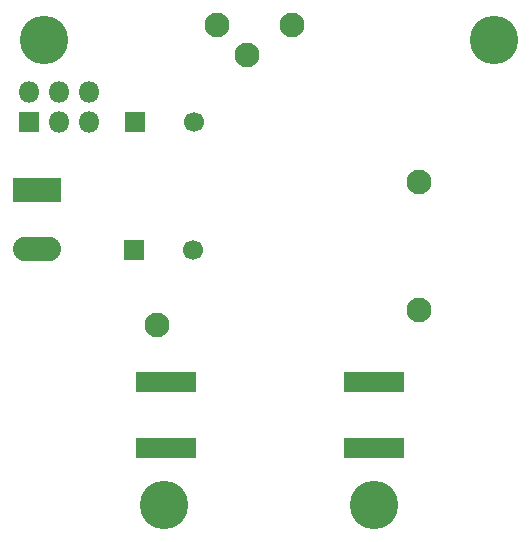
<source format=gbr>
%TF.GenerationSoftware,KiCad,Pcbnew,(5.1.6-0-10_14)*%
%TF.CreationDate,2021-01-15T10:59:33-08:00*%
%TF.ProjectId,TIADevBoard,54494144-6576-4426-9f61-72642e6b6963,rev?*%
%TF.SameCoordinates,Original*%
%TF.FileFunction,Soldermask,Bot*%
%TF.FilePolarity,Negative*%
%FSLAX46Y46*%
G04 Gerber Fmt 4.6, Leading zero omitted, Abs format (unit mm)*
G04 Created by KiCad (PCBNEW (5.1.6-0-10_14)) date 2021-01-15 10:59:33*
%MOMM*%
%LPD*%
G01*
G04 APERTURE LIST*
%ADD10O,1.800000X1.800000*%
%ADD11R,1.800000X1.800000*%
%ADD12C,2.100000*%
%ADD13O,4.060000X2.080000*%
%ADD14R,4.060000X2.080000*%
%ADD15R,5.180000X1.700000*%
%ADD16C,4.100000*%
%ADD17C,1.700000*%
%ADD18R,1.700000X1.700000*%
G04 APERTURE END LIST*
D10*
%TO.C,J4*%
X77470000Y-74295000D03*
X77470000Y-76835000D03*
X74930000Y-74295000D03*
X74930000Y-76835000D03*
X72390000Y-74295000D03*
D11*
X72390000Y-76835000D03*
%TD*%
D12*
%TO.C,TP6*%
X88265000Y-68580000D03*
%TD*%
%TO.C,TP5*%
X105410000Y-81915000D03*
%TD*%
%TO.C,TP4*%
X83185000Y-93980000D03*
%TD*%
%TO.C,TP3*%
X90805000Y-71120000D03*
%TD*%
%TO.C,TP2*%
X94615000Y-68580000D03*
%TD*%
%TO.C,TP1*%
X105410000Y-92710000D03*
%TD*%
D13*
%TO.C,J1*%
X73025000Y-87550000D03*
D14*
X73025000Y-82550000D03*
%TD*%
D15*
%TO.C,J3*%
X101600000Y-98830000D03*
X101600000Y-104370000D03*
%TD*%
%TO.C,J2*%
X84005000Y-104370000D03*
X84005000Y-98830000D03*
%TD*%
D16*
%TO.C,H4*%
X83820000Y-109220000D03*
%TD*%
%TO.C,H3*%
X101600000Y-109220000D03*
%TD*%
%TO.C,H2*%
X111760000Y-69850000D03*
%TD*%
%TO.C,H1*%
X73660000Y-69850000D03*
%TD*%
D17*
%TO.C,C3*%
X86280000Y-87630000D03*
D18*
X81280000Y-87630000D03*
%TD*%
D17*
%TO.C,C1*%
X86360000Y-76835000D03*
D18*
X81360000Y-76835000D03*
%TD*%
M02*

</source>
